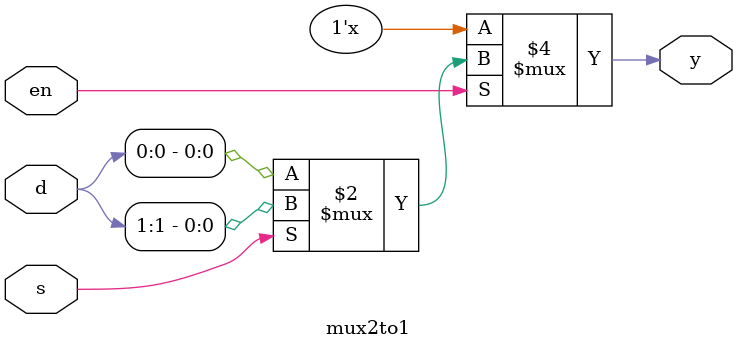
<source format=v>
module mux2to1 (
    input [1:0] d,   // Data inputs
    input s,         // Select input
    input en,        // Enable signal
    output reg y     // Output
);

always @(*) begin
    if (en)
        y = s ? d[1] : d[0];
    else
        y = 1'bz; // Output is 0 when disabled
end

endmodule

</source>
